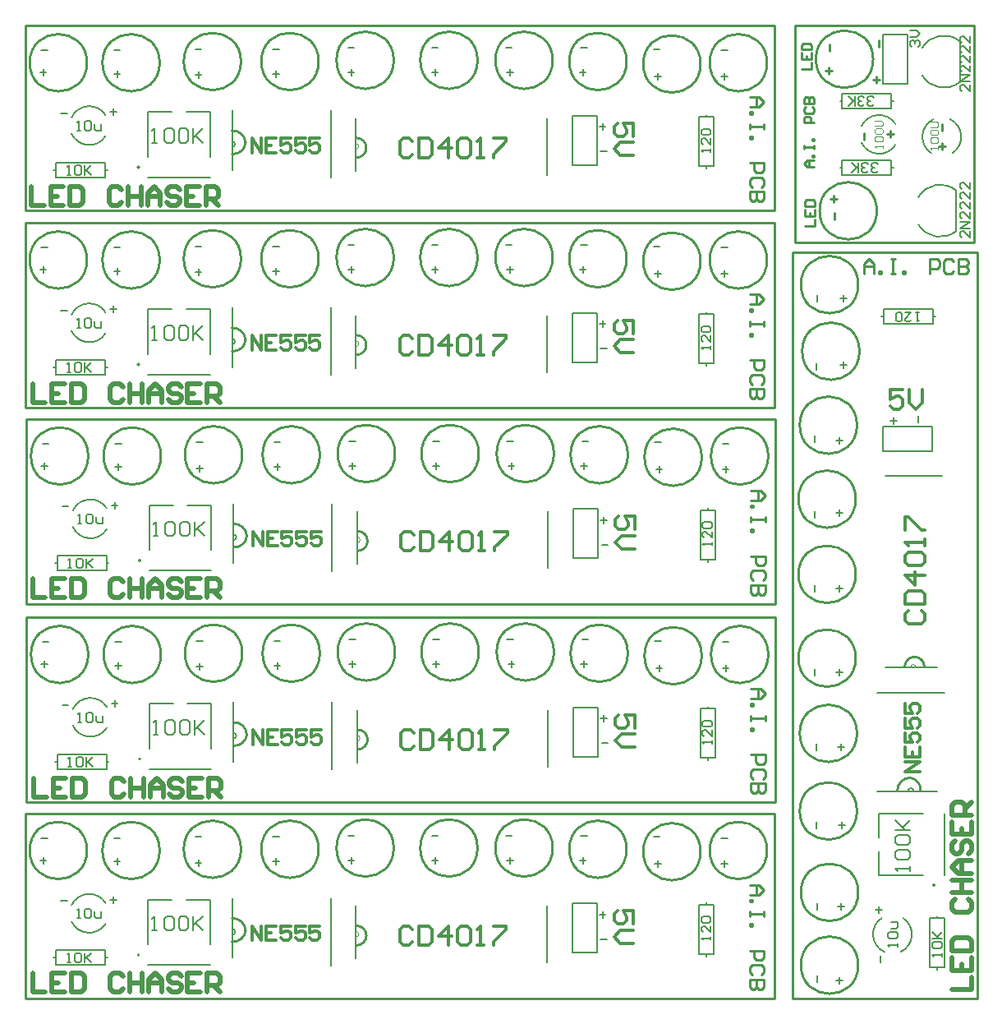
<source format=gto>
G04 Layer_Color=65535*
%FSLAX25Y25*%
%MOIN*%
G70*
G01*
G75*
%ADD27C,0.00800*%
%ADD28C,0.01000*%
%ADD29C,0.00787*%
%ADD30C,0.00600*%
%ADD31C,0.00000*%
%ADD32C,0.00500*%
%ADD33C,0.01968*%
%ADD34C,0.00394*%
%ADD35C,0.01181*%
D27*
X380900Y389673D02*
G03*
X365514Y386960I-6555J-7811D01*
G01*
X365527Y375894D02*
G03*
X380883Y373186I8855J5321D01*
G01*
X379400Y329173D02*
G03*
X364015Y326460I-6555J-7811D01*
G01*
X364027Y315394D02*
G03*
X379383Y312686I8855J5321D01*
G01*
X380862Y373169D02*
Y389705D01*
X379362Y312669D02*
Y329205D01*
D28*
X345677Y382437D02*
G03*
X345677Y382437I-11614J0D01*
G01*
X347177Y320937D02*
G03*
X347177Y320937I-11614J0D01*
G01*
X339614Y291000D02*
G03*
X339614Y291000I-11614J0D01*
G01*
X340114Y264000D02*
G03*
X340114Y264000I-11614J0D01*
G01*
X339114Y234000D02*
G03*
X339114Y234000I-11614J0D01*
G01*
X338614Y204000D02*
G03*
X338614Y204000I-11614J0D01*
G01*
Y173500D02*
G03*
X338614Y173500I-11614J0D01*
G01*
Y139500D02*
G03*
X338614Y139500I-11614J0D01*
G01*
X339114Y109000D02*
G03*
X339114Y109000I-11614J0D01*
G01*
Y77500D02*
G03*
X339114Y77500I-11614J0D01*
G01*
X339614Y44500D02*
G03*
X339614Y44500I-11614J0D01*
G01*
Y15000D02*
G03*
X339614Y15000I-11614J0D01*
G01*
X365000Y85500D02*
G03*
X360500Y91000I-5000J500D01*
G01*
D02*
G03*
X355500Y85500I250J-5250D01*
G01*
X366500Y136000D02*
G03*
X362500Y140000I-4000J0D01*
G01*
D02*
G03*
X358500Y136000I0J-4000D01*
G01*
X303114Y141000D02*
G03*
X303114Y141000I-11614J0D01*
G01*
X276114Y140500D02*
G03*
X276114Y140500I-11614J0D01*
G01*
X246114Y141500D02*
G03*
X246114Y141500I-11614J0D01*
G01*
X216114Y142000D02*
G03*
X216114Y142000I-11614J0D01*
G01*
X185614D02*
G03*
X185614Y142000I-11614J0D01*
G01*
X151614D02*
G03*
X151614Y142000I-11614J0D01*
G01*
X121114Y141500D02*
G03*
X121114Y141500I-11614J0D01*
G01*
X89614D02*
G03*
X89614Y141500I-11614J0D01*
G01*
X56614Y141000D02*
G03*
X56614Y141000I-11614J0D01*
G01*
X27114D02*
G03*
X27114Y141000I-11614J0D01*
G01*
X86000Y104000D02*
G03*
X91500Y108500I500J5000D01*
G01*
D02*
G03*
X86000Y113500I-5250J-250D01*
G01*
X136500Y102500D02*
G03*
X140500Y106500I0J4000D01*
G01*
D02*
G03*
X136500Y110500I-4000J0D01*
G01*
X303114Y221500D02*
G03*
X303114Y221500I-11614J0D01*
G01*
X276114Y221000D02*
G03*
X276114Y221000I-11614J0D01*
G01*
X246114Y222000D02*
G03*
X246114Y222000I-11614J0D01*
G01*
X216114Y222500D02*
G03*
X216114Y222500I-11614J0D01*
G01*
X185614D02*
G03*
X185614Y222500I-11614J0D01*
G01*
X151614D02*
G03*
X151614Y222500I-11614J0D01*
G01*
X121114Y222000D02*
G03*
X121114Y222000I-11614J0D01*
G01*
X89614D02*
G03*
X89614Y222000I-11614J0D01*
G01*
X56614Y221500D02*
G03*
X56614Y221500I-11614J0D01*
G01*
X27114D02*
G03*
X27114Y221500I-11614J0D01*
G01*
X86000Y184500D02*
G03*
X91500Y189000I500J5000D01*
G01*
D02*
G03*
X86000Y194000I-5250J-250D01*
G01*
X136500Y183000D02*
G03*
X140500Y187000I0J4000D01*
G01*
D02*
G03*
X136500Y191000I-4000J0D01*
G01*
X302614Y301000D02*
G03*
X302614Y301000I-11614J0D01*
G01*
X275614Y300500D02*
G03*
X275614Y300500I-11614J0D01*
G01*
X245614Y301500D02*
G03*
X245614Y301500I-11614J0D01*
G01*
X215614Y302000D02*
G03*
X215614Y302000I-11614J0D01*
G01*
X185114D02*
G03*
X185114Y302000I-11614J0D01*
G01*
X151114D02*
G03*
X151114Y302000I-11614J0D01*
G01*
X120614Y301500D02*
G03*
X120614Y301500I-11614J0D01*
G01*
X89114D02*
G03*
X89114Y301500I-11614J0D01*
G01*
X56114Y301000D02*
G03*
X56114Y301000I-11614J0D01*
G01*
X26614D02*
G03*
X26614Y301000I-11614J0D01*
G01*
X85500Y264000D02*
G03*
X91000Y268500I500J5000D01*
G01*
D02*
G03*
X85500Y273500I-5250J-250D01*
G01*
X136000Y262500D02*
G03*
X140000Y266500I0J4000D01*
G01*
D02*
G03*
X136000Y270500I-4000J0D01*
G01*
X302614Y381000D02*
G03*
X302614Y381000I-11614J0D01*
G01*
X275614Y380500D02*
G03*
X275614Y380500I-11614J0D01*
G01*
X245614Y381500D02*
G03*
X245614Y381500I-11614J0D01*
G01*
X215614Y382000D02*
G03*
X215614Y382000I-11614J0D01*
G01*
X185114D02*
G03*
X185114Y382000I-11614J0D01*
G01*
X151114D02*
G03*
X151114Y382000I-11614J0D01*
G01*
X120614Y381500D02*
G03*
X120614Y381500I-11614J0D01*
G01*
X89114D02*
G03*
X89114Y381500I-11614J0D01*
G01*
X56114Y381000D02*
G03*
X56114Y381000I-11614J0D01*
G01*
X26614D02*
G03*
X26614Y381000I-11614J0D01*
G01*
X85500Y344000D02*
G03*
X91000Y348500I500J5000D01*
G01*
D02*
G03*
X85500Y353500I-5250J-250D01*
G01*
X136000Y342500D02*
G03*
X140000Y346500I0J4000D01*
G01*
D02*
G03*
X136000Y350500I-4000J0D01*
G01*
X140000Y27000D02*
G03*
X136000Y31000I-4000J0D01*
G01*
Y23000D02*
G03*
X140000Y27000I0J4000D01*
G01*
X91000Y29000D02*
G03*
X85500Y34000I-5250J-250D01*
G01*
Y24500D02*
G03*
X91000Y29000I500J5000D01*
G01*
X26614Y61500D02*
G03*
X26614Y61500I-11614J0D01*
G01*
X56114D02*
G03*
X56114Y61500I-11614J0D01*
G01*
X89114Y62000D02*
G03*
X89114Y62000I-11614J0D01*
G01*
X120614D02*
G03*
X120614Y62000I-11614J0D01*
G01*
X151114Y62500D02*
G03*
X151114Y62500I-11614J0D01*
G01*
X185114D02*
G03*
X185114Y62500I-11614J0D01*
G01*
X215614D02*
G03*
X215614Y62500I-11614J0D01*
G01*
X245614Y62000D02*
G03*
X245614Y62000I-11614J0D01*
G01*
X275614Y61000D02*
G03*
X275614Y61000I-11614J0D01*
G01*
X302614Y61500D02*
G03*
X302614Y61500I-11614J0D01*
G01*
X386563Y308000D02*
Y396000D01*
X314063D02*
X386563D01*
X314063Y308000D02*
Y396000D01*
Y308000D02*
X386563D01*
X313000Y1500D02*
X388000D01*
X313000D02*
Y304000D01*
X388000D01*
Y1500D02*
Y304000D01*
X2000Y81000D02*
Y156000D01*
X306000D01*
Y81000D02*
Y156000D01*
X2000Y81000D02*
X306000D01*
X2000Y161500D02*
Y236500D01*
X306000D01*
Y161500D02*
Y236500D01*
X2000Y161500D02*
X306000D01*
X1500Y241000D02*
Y316000D01*
X305500D01*
Y241000D02*
Y316000D01*
X1500Y241000D02*
X305500D01*
X1500Y321000D02*
Y396000D01*
X305500D01*
Y321000D02*
Y396000D01*
X1500Y321000D02*
X305500D01*
X1500Y1500D02*
X305500D01*
Y76500D01*
X1500D02*
X305500D01*
X1500Y1500D02*
Y76500D01*
X316627Y378437D02*
X320563D01*
Y381061D01*
X316627Y384997D02*
Y382373D01*
X320563D01*
Y384997D01*
X318595Y382373D02*
Y383685D01*
X316627Y386309D02*
X320563D01*
Y388276D01*
X319907Y388932D01*
X317283D01*
X316627Y388276D01*
Y386309D01*
X318127Y314937D02*
X322063D01*
Y317561D01*
X318127Y321497D02*
Y318873D01*
X322063D01*
Y321497D01*
X320095Y318873D02*
Y320185D01*
X318127Y322809D02*
X322063D01*
Y324776D01*
X321407Y325432D01*
X318783D01*
X318127Y324776D01*
Y322809D01*
X348095Y387437D02*
Y390061D01*
X342095Y349937D02*
Y352561D01*
X373595Y353437D02*
Y356061D01*
X347095Y372937D02*
Y375561D01*
X345783Y374249D02*
X348407D01*
X373595Y345937D02*
Y348561D01*
X372283Y347249D02*
X374907D01*
X352595Y350937D02*
Y353561D01*
X351283Y352249D02*
X353907D01*
X328095Y385937D02*
Y388561D01*
X327595Y376437D02*
Y379061D01*
X326283Y377749D02*
X328907D01*
X330095Y317437D02*
Y320061D01*
X321563Y338937D02*
X318939D01*
X317627Y340249D01*
X318939Y341561D01*
X321563D01*
X319595D01*
Y338937D01*
X321563Y342873D02*
X320907D01*
Y343529D01*
X321563D01*
Y342873D01*
X317627Y346152D02*
Y347464D01*
Y346809D01*
X321563D01*
Y346152D01*
Y347464D01*
Y349432D02*
X320907D01*
Y350088D01*
X321563D01*
Y349432D01*
Y356648D02*
X317627D01*
Y358616D01*
X318283Y359272D01*
X319595D01*
X320251Y358616D01*
Y356648D01*
X318283Y363207D02*
X317627Y362551D01*
Y361240D01*
X318283Y360584D01*
X320907D01*
X321563Y361240D01*
Y362551D01*
X320907Y363207D01*
X317627Y364519D02*
X321563D01*
Y366487D01*
X320907Y367143D01*
X320251D01*
X319595Y366487D01*
Y364519D01*
Y366487D01*
X318939Y367143D01*
X318283D01*
X317627Y366487D01*
Y364519D01*
X329595Y324437D02*
Y327061D01*
X328283Y325749D02*
X330907D01*
X342000Y295500D02*
Y299436D01*
X343968Y301404D01*
X345936Y299436D01*
Y295500D01*
Y298452D01*
X342000D01*
X347904Y295500D02*
Y296484D01*
X348887D01*
Y295500D01*
X347904D01*
X352823Y301404D02*
X354791D01*
X353807D01*
Y295500D01*
X352823D01*
X354791D01*
X357743D02*
Y296484D01*
X358727D01*
Y295500D01*
X357743D01*
X368566D02*
Y301404D01*
X371518D01*
X372502Y300420D01*
Y298452D01*
X371518Y297468D01*
X368566D01*
X378405Y300420D02*
X377422Y301404D01*
X375454D01*
X374470Y300420D01*
Y296484D01*
X375454Y295500D01*
X377422D01*
X378405Y296484D01*
X380373Y301404D02*
Y295500D01*
X383325D01*
X384309Y296484D01*
Y297468D01*
X383325Y298452D01*
X380373D01*
X383325D01*
X384309Y299436D01*
Y300420D01*
X383325Y301404D01*
X380373D01*
X296000Y127000D02*
X299936D01*
X301904Y125032D01*
X299936Y123064D01*
X296000D01*
X298952D01*
Y127000D01*
X296000Y121096D02*
X296984D01*
Y120113D01*
X296000D01*
Y121096D01*
X301904Y116177D02*
Y114209D01*
Y115193D01*
X296000D01*
Y116177D01*
Y114209D01*
Y111257D02*
X296984D01*
Y110273D01*
X296000D01*
Y111257D01*
Y100434D02*
X301904D01*
Y97482D01*
X300920Y96498D01*
X298952D01*
X297968Y97482D01*
Y100434D01*
X300920Y90595D02*
X301904Y91578D01*
Y93546D01*
X300920Y94530D01*
X296984D01*
X296000Y93546D01*
Y91578D01*
X296984Y90595D01*
X301904Y88627D02*
X296000D01*
Y85675D01*
X296984Y84691D01*
X297968D01*
X298952Y85675D01*
Y88627D01*
Y85675D01*
X299936Y84691D01*
X300920D01*
X301904Y85675D01*
Y88627D01*
X296000Y207500D02*
X299936D01*
X301904Y205532D01*
X299936Y203564D01*
X296000D01*
X298952D01*
Y207500D01*
X296000Y201596D02*
X296984D01*
Y200612D01*
X296000D01*
Y201596D01*
X301904Y196677D02*
Y194709D01*
Y195693D01*
X296000D01*
Y196677D01*
Y194709D01*
Y191757D02*
X296984D01*
Y190773D01*
X296000D01*
Y191757D01*
Y180934D02*
X301904D01*
Y177982D01*
X300920Y176998D01*
X298952D01*
X297968Y177982D01*
Y180934D01*
X300920Y171095D02*
X301904Y172078D01*
Y174046D01*
X300920Y175030D01*
X296984D01*
X296000Y174046D01*
Y172078D01*
X296984Y171095D01*
X301904Y169127D02*
X296000D01*
Y166175D01*
X296984Y165191D01*
X297968D01*
X298952Y166175D01*
Y169127D01*
Y166175D01*
X299936Y165191D01*
X300920D01*
X301904Y166175D01*
Y169127D01*
X295500Y287000D02*
X299436D01*
X301404Y285032D01*
X299436Y283064D01*
X295500D01*
X298452D01*
Y287000D01*
X295500Y281096D02*
X296484D01*
Y280113D01*
X295500D01*
Y281096D01*
X301404Y276177D02*
Y274209D01*
Y275193D01*
X295500D01*
Y276177D01*
Y274209D01*
Y271257D02*
X296484D01*
Y270273D01*
X295500D01*
Y271257D01*
Y260434D02*
X301404D01*
Y257482D01*
X300420Y256498D01*
X298452D01*
X297468Y257482D01*
Y260434D01*
X300420Y250594D02*
X301404Y251578D01*
Y253546D01*
X300420Y254530D01*
X296484D01*
X295500Y253546D01*
Y251578D01*
X296484Y250594D01*
X301404Y248627D02*
X295500D01*
Y245675D01*
X296484Y244691D01*
X297468D01*
X298452Y245675D01*
Y248627D01*
Y245675D01*
X299436Y244691D01*
X300420D01*
X301404Y245675D01*
Y248627D01*
X295500Y367000D02*
X299436D01*
X301404Y365032D01*
X299436Y363064D01*
X295500D01*
X298452D01*
Y367000D01*
X295500Y361096D02*
X296484D01*
Y360113D01*
X295500D01*
Y361096D01*
X301404Y356177D02*
Y354209D01*
Y355193D01*
X295500D01*
Y356177D01*
Y354209D01*
Y351257D02*
X296484D01*
Y350273D01*
X295500D01*
Y351257D01*
Y340434D02*
X301404D01*
Y337482D01*
X300420Y336498D01*
X298452D01*
X297468Y337482D01*
Y340434D01*
X300420Y330594D02*
X301404Y331578D01*
Y333546D01*
X300420Y334530D01*
X296484D01*
X295500Y333546D01*
Y331578D01*
X296484Y330594D01*
X301404Y328627D02*
X295500D01*
Y325675D01*
X296484Y324691D01*
X297468D01*
X298452Y325675D01*
Y328627D01*
Y325675D01*
X299436Y324691D01*
X300420D01*
X301404Y325675D01*
Y328627D01*
X295500Y47500D02*
X299436D01*
X301404Y45532D01*
X299436Y43564D01*
X295500D01*
X298452D01*
Y47500D01*
X295500Y41596D02*
X296484D01*
Y40613D01*
X295500D01*
Y41596D01*
X301404Y36677D02*
Y34709D01*
Y35693D01*
X295500D01*
Y36677D01*
Y34709D01*
Y31757D02*
X296484D01*
Y30773D01*
X295500D01*
Y31757D01*
Y20934D02*
X301404D01*
Y17982D01*
X300420Y16998D01*
X298452D01*
X297468Y17982D01*
Y20934D01*
X300420Y11095D02*
X301404Y12078D01*
Y14046D01*
X300420Y15030D01*
X296484D01*
X295500Y14046D01*
Y12078D01*
X296484Y11095D01*
X301404Y9127D02*
X295500D01*
Y6175D01*
X296484Y5191D01*
X297468D01*
X298452Y6175D01*
Y9127D01*
Y6175D01*
X299436Y5191D01*
X300420D01*
X301404Y6175D01*
Y9127D01*
D29*
X354703Y356169D02*
G03*
X340902Y355211I-6640J-4232D01*
G01*
Y348663D02*
G03*
X354703Y347705I7161J3274D01*
G01*
X377795Y344297D02*
G03*
X376837Y358098I-4232J6640D01*
G01*
X370289D02*
G03*
X369331Y344297I3274J-7161D01*
G01*
X370736Y47465D02*
G03*
X370736Y47465I-394J0D01*
G01*
X349268Y34140D02*
G03*
X350226Y20339I4232J-6640D01*
G01*
X356774D02*
G03*
X357732Y34140I-3274J7161D01*
G01*
X48358Y98658D02*
G03*
X48358Y98658I-394J0D01*
G01*
X34640Y119732D02*
G03*
X20839Y118774I-6640J-4232D01*
G01*
Y112226D02*
G03*
X34640Y111268I7161J3274D01*
G01*
X48358Y179157D02*
G03*
X48358Y179157I-394J0D01*
G01*
X34640Y200232D02*
G03*
X20839Y199274I-6640J-4232D01*
G01*
Y192726D02*
G03*
X34640Y191768I7161J3274D01*
G01*
X47858Y258658D02*
G03*
X47858Y258658I-394J0D01*
G01*
X34140Y279732D02*
G03*
X20339Y278774I-6640J-4232D01*
G01*
Y272226D02*
G03*
X34140Y271268I7161J3274D01*
G01*
X47858Y338657D02*
G03*
X47858Y338657I-394J0D01*
G01*
X34140Y359732D02*
G03*
X20339Y358774I-6640J-4232D01*
G01*
Y352226D02*
G03*
X34140Y351268I7161J3274D01*
G01*
X47858Y19158D02*
G03*
X47858Y19158I-394J0D01*
G01*
X34140Y40232D02*
G03*
X20339Y39274I-6640J-4232D01*
G01*
Y32726D02*
G03*
X34140Y31768I7161J3274D01*
G01*
X332163Y365437D02*
X333063D01*
X353063D02*
X353963D01*
X333063D02*
Y368437D01*
X353063D01*
Y362437D02*
Y368437D01*
X333063Y362437D02*
X353063D01*
X333063D02*
Y365437D01*
X332163Y338437D02*
X333063D01*
X353063D02*
X353963D01*
X333063D02*
Y341437D01*
X353063D01*
Y335437D02*
Y341437D01*
X333063Y335437D02*
X353063D01*
X333063D02*
Y338437D01*
X349563Y372437D02*
Y392437D01*
Y372437D02*
X359563D01*
Y392437D01*
X349563D02*
X359563D01*
X349500Y233500D02*
X369500D01*
X349500Y223500D02*
Y233500D01*
Y223500D02*
X369500D01*
Y233500D01*
X370000Y278000D02*
X370900D01*
X349100D02*
X350000D01*
X370000Y275000D02*
Y278000D01*
X350000Y275000D02*
X370000D01*
X350000D02*
Y281000D01*
X370000D01*
Y278000D02*
Y281000D01*
X371500Y34000D02*
Y34900D01*
Y13100D02*
Y14000D01*
Y34000D02*
X374500D01*
Y14000D02*
Y34000D01*
X368500Y14000D02*
X374500D01*
X368500D02*
Y34000D01*
X371500D01*
X234000Y99500D02*
Y119500D01*
X224000D02*
X234000D01*
X224000Y99500D02*
Y119500D01*
Y99500D02*
X234000D01*
X278500Y98100D02*
Y99000D01*
Y119000D02*
Y119900D01*
X275500Y99000D02*
X278500D01*
X275500D02*
Y119000D01*
X281500D01*
Y99000D02*
Y119000D01*
X278500Y99000D02*
X281500D01*
X34500Y97500D02*
X35400D01*
X13600D02*
X14500D01*
X34500Y94500D02*
Y97500D01*
X14500Y94500D02*
X34500D01*
X14500D02*
Y100500D01*
X34500D01*
Y97500D02*
Y100500D01*
X234000Y180000D02*
Y200000D01*
X224000D02*
X234000D01*
X224000Y180000D02*
Y200000D01*
Y180000D02*
X234000D01*
X278500Y178600D02*
Y179500D01*
Y199500D02*
Y200400D01*
X275500Y179500D02*
X278500D01*
X275500D02*
Y199500D01*
X281500D01*
Y179500D02*
Y199500D01*
X278500Y179500D02*
X281500D01*
X34500Y178000D02*
X35400D01*
X13600D02*
X14500D01*
X34500Y175000D02*
Y178000D01*
X14500Y175000D02*
X34500D01*
X14500D02*
Y181000D01*
X34500D01*
Y178000D02*
Y181000D01*
X233500Y259500D02*
Y279500D01*
X223500D02*
X233500D01*
X223500Y259500D02*
Y279500D01*
Y259500D02*
X233500D01*
X278000Y258100D02*
Y259000D01*
Y279000D02*
Y279900D01*
X275000Y259000D02*
X278000D01*
X275000D02*
Y279000D01*
X281000D01*
Y259000D02*
Y279000D01*
X278000Y259000D02*
X281000D01*
X34000Y257500D02*
X34900D01*
X13100D02*
X14000D01*
X34000Y254500D02*
Y257500D01*
X14000Y254500D02*
X34000D01*
X14000D02*
Y260500D01*
X34000D01*
Y257500D02*
Y260500D01*
X233500Y339500D02*
Y359500D01*
X223500D02*
X233500D01*
X223500Y339500D02*
Y359500D01*
Y339500D02*
X233500D01*
X278000Y338100D02*
Y339000D01*
Y359000D02*
Y359900D01*
X275000Y339000D02*
X278000D01*
X275000D02*
Y359000D01*
X281000D01*
Y339000D02*
Y359000D01*
X278000Y339000D02*
X281000D01*
X34000Y337500D02*
X34900D01*
X13100D02*
X14000D01*
X34000Y334500D02*
Y337500D01*
X14000Y334500D02*
X34000D01*
X14000D02*
Y340500D01*
X34000D01*
Y337500D02*
Y340500D01*
X278000Y18600D02*
Y19500D01*
Y39500D02*
Y40400D01*
X275000Y19500D02*
X278000D01*
X275000D02*
Y39500D01*
X281000D01*
Y19500D02*
Y39500D01*
X278000Y19500D02*
X281000D01*
X34000Y18000D02*
X34900D01*
X13100D02*
X14000D01*
X34000Y15000D02*
Y18000D01*
X14000Y15000D02*
X34000D01*
X14000D02*
Y21000D01*
X34000D01*
Y18000D02*
Y21000D01*
X233500Y20000D02*
Y40000D01*
X223500D02*
X233500D01*
X223500Y20000D02*
Y40000D01*
Y20000D02*
X233500D01*
X279713Y264787D02*
Y266034D01*
Y265411D01*
X275974D01*
X276597Y264787D01*
X279713Y270396D02*
Y267903D01*
X277220Y270396D01*
X276597D01*
X275974Y269773D01*
Y268526D01*
X276597Y267903D01*
Y271642D02*
X275974Y272265D01*
Y273512D01*
X276597Y274135D01*
X279089D01*
X279713Y273512D01*
Y272265D01*
X279089Y271642D01*
X276597D01*
X279713Y25287D02*
Y26534D01*
Y25911D01*
X275974D01*
X276597Y25287D01*
X279713Y30896D02*
Y28403D01*
X277220Y30896D01*
X276597D01*
X275974Y30273D01*
Y29026D01*
X276597Y28403D01*
Y32142D02*
X275974Y32765D01*
Y34012D01*
X276597Y34635D01*
X279089D01*
X279713Y34012D01*
Y32765D01*
X279089Y32142D01*
X276597D01*
X364213Y279713D02*
X362966D01*
X363589D01*
Y275974D01*
X364213Y276597D01*
X358604Y279713D02*
X361097D01*
X358604Y277220D01*
Y276597D01*
X359227Y275974D01*
X360474D01*
X361097Y276597D01*
X357358D02*
X356735Y275974D01*
X355488D01*
X354865Y276597D01*
Y279089D01*
X355488Y279713D01*
X356735D01*
X357358Y279089D01*
Y276597D01*
X280213Y185287D02*
Y186534D01*
Y185911D01*
X276474D01*
X277097Y185287D01*
X280213Y190896D02*
Y188403D01*
X277720Y190896D01*
X277097D01*
X276474Y190273D01*
Y189026D01*
X277097Y188403D01*
Y192142D02*
X276474Y192765D01*
Y194012D01*
X277097Y194635D01*
X279589D01*
X280213Y194012D01*
Y192765D01*
X279589Y192142D01*
X277097D01*
X279713Y344787D02*
Y346034D01*
Y345411D01*
X275974D01*
X276597Y344787D01*
X279713Y350396D02*
Y347903D01*
X277220Y350396D01*
X276597D01*
X275974Y349773D01*
Y348526D01*
X276597Y347903D01*
Y351642D02*
X275974Y352265D01*
Y353512D01*
X276597Y354135D01*
X279089D01*
X279713Y353512D01*
Y352265D01*
X279089Y351642D01*
X276597D01*
X280213Y104787D02*
Y106034D01*
Y105411D01*
X276474D01*
X277097Y104787D01*
X280213Y110396D02*
Y107903D01*
X277720Y110396D01*
X277097D01*
X276474Y109773D01*
Y108526D01*
X277097Y107903D01*
Y111642D02*
X276474Y112265D01*
Y113512D01*
X277097Y114135D01*
X279589D01*
X280213Y113512D01*
Y112265D01*
X279589Y111642D01*
X277097D01*
X385063Y372061D02*
Y369437D01*
X382439Y372061D01*
X381783D01*
X381127Y371405D01*
Y370093D01*
X381783Y369437D01*
X385063Y373373D02*
X381127D01*
X385063Y375997D01*
X381127D01*
X385063Y379932D02*
Y377309D01*
X382439Y379932D01*
X381783D01*
X381127Y379276D01*
Y377964D01*
X381783Y377309D01*
X385063Y383868D02*
Y381244D01*
X382439Y383868D01*
X381783D01*
X381127Y383212D01*
Y381900D01*
X381783Y381244D01*
X385063Y387804D02*
Y385180D01*
X382439Y387804D01*
X381783D01*
X381127Y387148D01*
Y385836D01*
X381783Y385180D01*
X385063Y391740D02*
Y389116D01*
X382439Y391740D01*
X381783D01*
X381127Y391084D01*
Y389772D01*
X381783Y389116D01*
X385000Y312624D02*
Y310000D01*
X382376Y312624D01*
X381720D01*
X381064Y311968D01*
Y310656D01*
X381720Y310000D01*
X385000Y313936D02*
X381064D01*
X385000Y316560D01*
X381064D01*
X385000Y320495D02*
Y317871D01*
X382376Y320495D01*
X381720D01*
X381064Y319839D01*
Y318527D01*
X381720Y317871D01*
X385000Y324431D02*
Y321807D01*
X382376Y324431D01*
X381720D01*
X381064Y323775D01*
Y322463D01*
X381720Y321807D01*
X385000Y328367D02*
Y325743D01*
X382376Y328367D01*
X381720D01*
X381064Y327711D01*
Y326399D01*
X381720Y325743D01*
X385000Y332302D02*
Y329679D01*
X382376Y332302D01*
X381720D01*
X381064Y331647D01*
Y330335D01*
X381720Y329679D01*
X346063Y364157D02*
X345407Y363501D01*
X344095D01*
X343439Y364157D01*
Y364813D01*
X344095Y365469D01*
X344751D01*
X344095D01*
X343439Y366125D01*
Y366781D01*
X344095Y367437D01*
X345407D01*
X346063Y366781D01*
X342127Y364157D02*
X341471Y363501D01*
X340159D01*
X339503Y364157D01*
Y364813D01*
X340159Y365469D01*
X340815D01*
X340159D01*
X339503Y366125D01*
Y366781D01*
X340159Y367437D01*
X341471D01*
X342127Y366781D01*
X338192Y363501D02*
Y367437D01*
Y366125D01*
X335568Y363501D01*
X337536Y365469D01*
X335568Y367437D01*
X347563Y337157D02*
X346907Y336501D01*
X345595D01*
X344939Y337157D01*
Y337813D01*
X345595Y338469D01*
X346251D01*
X345595D01*
X344939Y339125D01*
Y339781D01*
X345595Y340437D01*
X346907D01*
X347563Y339781D01*
X343627Y337157D02*
X342971Y336501D01*
X341659D01*
X341003Y337157D01*
Y337813D01*
X341659Y338469D01*
X342315D01*
X341659D01*
X341003Y339125D01*
Y339781D01*
X341659Y340437D01*
X342971D01*
X343627Y339781D01*
X339691Y336501D02*
Y340437D01*
Y339125D01*
X337068Y336501D01*
X339036Y338469D01*
X337068Y340437D01*
X361220Y387500D02*
X360564Y388156D01*
Y389468D01*
X361220Y390124D01*
X361876D01*
X362532Y389468D01*
Y388812D01*
Y389468D01*
X363188Y390124D01*
X363844D01*
X364500Y389468D01*
Y388156D01*
X363844Y387500D01*
X360564Y391436D02*
X363188D01*
X364500Y392748D01*
X363188Y394060D01*
X360564D01*
X355500Y22500D02*
Y23812D01*
Y23156D01*
X351564D01*
X352220Y22500D01*
Y25780D02*
X351564Y26436D01*
Y27748D01*
X352220Y28404D01*
X354844D01*
X355500Y27748D01*
Y26436D01*
X354844Y25780D01*
X352220D01*
X352876Y29715D02*
X354844D01*
X355500Y30371D01*
Y32339D01*
X352876D01*
X360500Y53000D02*
Y54968D01*
Y53984D01*
X354596D01*
X355580Y53000D01*
Y57920D02*
X354596Y58904D01*
Y60871D01*
X355580Y61855D01*
X359516D01*
X360500Y60871D01*
Y58904D01*
X359516Y57920D01*
X355580D01*
Y63823D02*
X354596Y64807D01*
Y66775D01*
X355580Y67759D01*
X359516D01*
X360500Y66775D01*
Y64807D01*
X359516Y63823D01*
X355580D01*
X354596Y69727D02*
X360500D01*
X358532D01*
X354596Y73663D01*
X357548Y70711D01*
X360500Y73663D01*
X332032Y7500D02*
Y10124D01*
X330720Y8812D02*
X333344D01*
X332532Y37500D02*
Y40124D01*
X331220Y38812D02*
X333844D01*
X333032Y70500D02*
Y73124D01*
X331720Y71812D02*
X334344D01*
X332532Y102000D02*
Y104624D01*
X331220Y103312D02*
X333844D01*
X332032Y132500D02*
Y135124D01*
X330720Y133812D02*
X333344D01*
X332032Y166500D02*
Y169124D01*
X330720Y167812D02*
X333344D01*
X332032Y197000D02*
Y199624D01*
X330720Y198312D02*
X333344D01*
X332032Y226500D02*
Y229124D01*
X330720Y227812D02*
X333344D01*
X333532Y257000D02*
Y259624D01*
X332220Y258312D02*
X334844D01*
X333532Y284000D02*
Y286624D01*
X332220Y285312D02*
X334844D01*
X354032Y234500D02*
Y237124D01*
X352720Y235812D02*
X355344D01*
X348032Y36000D02*
Y38624D01*
X346720Y37312D02*
X349344D01*
X323032Y8000D02*
Y10624D01*
Y37500D02*
Y40124D01*
X322532Y70500D02*
Y73124D01*
Y102000D02*
Y104624D01*
X322032Y132500D02*
Y135124D01*
Y166500D02*
Y169124D01*
Y196500D02*
Y199124D01*
Y227000D02*
Y229624D01*
X322532Y256500D02*
Y259124D01*
X323032Y284000D02*
Y286624D01*
X364032Y235000D02*
Y237624D01*
X348532Y16000D02*
Y18624D01*
X373500Y18500D02*
Y19812D01*
Y19156D01*
X369564D01*
X370220Y18500D01*
Y21780D02*
X369564Y22436D01*
Y23748D01*
X370220Y24404D01*
X372844D01*
X373500Y23748D01*
Y22436D01*
X372844Y21780D01*
X370220D01*
X369564Y25716D02*
X373500D01*
X372188D01*
X369564Y28339D01*
X371532Y26371D01*
X373500Y28339D01*
X23000Y113500D02*
X24312D01*
X23656D01*
Y117436D01*
X23000Y116780D01*
X26280D02*
X26936Y117436D01*
X28248D01*
X28904Y116780D01*
Y114156D01*
X28248Y113500D01*
X26936D01*
X26280Y114156D01*
Y116780D01*
X30215Y116124D02*
Y114156D01*
X30871Y113500D01*
X32839D01*
Y116124D01*
X53500Y108500D02*
X55468D01*
X54484D01*
Y114404D01*
X53500Y113420D01*
X58420D02*
X59404Y114404D01*
X61371D01*
X62355Y113420D01*
Y109484D01*
X61371Y108500D01*
X59404D01*
X58420Y109484D01*
Y113420D01*
X64323D02*
X65307Y114404D01*
X67275D01*
X68259Y113420D01*
Y109484D01*
X67275Y108500D01*
X65307D01*
X64323Y109484D01*
Y113420D01*
X70227Y114404D02*
Y108500D01*
Y110468D01*
X74163Y114404D01*
X71211Y111452D01*
X74163Y108500D01*
X8000Y136968D02*
X10624D01*
X9312Y138280D02*
Y135656D01*
X38000Y136468D02*
X40624D01*
X39312Y137780D02*
Y135156D01*
X71000Y135968D02*
X73624D01*
X72312Y137280D02*
Y134656D01*
X102500Y136468D02*
X105124D01*
X103812Y137780D02*
Y135156D01*
X133000Y136968D02*
X135624D01*
X134312Y138280D02*
Y135656D01*
X167000Y136968D02*
X169624D01*
X168312Y138280D02*
Y135656D01*
X197500Y136968D02*
X200124D01*
X198812Y138280D02*
Y135656D01*
X227000Y136968D02*
X229624D01*
X228312Y138280D02*
Y135656D01*
X257500Y135468D02*
X260124D01*
X258812Y136780D02*
Y134156D01*
X284500Y135468D02*
X287124D01*
X285812Y136780D02*
Y134156D01*
X235000Y114968D02*
X237624D01*
X236312Y116280D02*
Y113656D01*
X36500Y120968D02*
X39124D01*
X37812Y122280D02*
Y119656D01*
X8500Y145968D02*
X11124D01*
X38000D02*
X40624D01*
X71000Y146468D02*
X73624D01*
X102500D02*
X105124D01*
X133000Y146968D02*
X135624D01*
X167000D02*
X169624D01*
X197000D02*
X199624D01*
X227500D02*
X230124D01*
X257000Y146468D02*
X259624D01*
X284500Y145968D02*
X287124D01*
X235500Y104968D02*
X238124D01*
X16500Y120468D02*
X19124D01*
X19000Y95500D02*
X20312D01*
X19656D01*
Y99436D01*
X19000Y98780D01*
X22280D02*
X22936Y99436D01*
X24248D01*
X24904Y98780D01*
Y96156D01*
X24248Y95500D01*
X22936D01*
X22280Y96156D01*
Y98780D01*
X26215Y99436D02*
Y95500D01*
Y96812D01*
X28839Y99436D01*
X26871Y97468D01*
X28839Y95500D01*
X23000Y194000D02*
X24312D01*
X23656D01*
Y197936D01*
X23000Y197280D01*
X26280D02*
X26936Y197936D01*
X28248D01*
X28904Y197280D01*
Y194656D01*
X28248Y194000D01*
X26936D01*
X26280Y194656D01*
Y197280D01*
X30215Y196624D02*
Y194656D01*
X30871Y194000D01*
X32839D01*
Y196624D01*
X53500Y189000D02*
X55468D01*
X54484D01*
Y194904D01*
X53500Y193920D01*
X58420D02*
X59404Y194904D01*
X61371D01*
X62355Y193920D01*
Y189984D01*
X61371Y189000D01*
X59404D01*
X58420Y189984D01*
Y193920D01*
X64323D02*
X65307Y194904D01*
X67275D01*
X68259Y193920D01*
Y189984D01*
X67275Y189000D01*
X65307D01*
X64323Y189984D01*
Y193920D01*
X70227Y194904D02*
Y189000D01*
Y190968D01*
X74163Y194904D01*
X71211Y191952D01*
X74163Y189000D01*
X8000Y217468D02*
X10624D01*
X9312Y218780D02*
Y216156D01*
X38000Y216968D02*
X40624D01*
X39312Y218280D02*
Y215656D01*
X71000Y216468D02*
X73624D01*
X72312Y217780D02*
Y215156D01*
X102500Y216968D02*
X105124D01*
X103812Y218280D02*
Y215656D01*
X133000Y217468D02*
X135624D01*
X134312Y218780D02*
Y216156D01*
X167000Y217468D02*
X169624D01*
X168312Y218780D02*
Y216156D01*
X197500Y217468D02*
X200124D01*
X198812Y218780D02*
Y216156D01*
X227000Y217468D02*
X229624D01*
X228312Y218780D02*
Y216156D01*
X257500Y215968D02*
X260124D01*
X258812Y217280D02*
Y214656D01*
X284500Y215968D02*
X287124D01*
X285812Y217280D02*
Y214656D01*
X235000Y195468D02*
X237624D01*
X236312Y196780D02*
Y194156D01*
X36500Y201468D02*
X39124D01*
X37812Y202780D02*
Y200156D01*
X8500Y226468D02*
X11124D01*
X38000D02*
X40624D01*
X71000Y226968D02*
X73624D01*
X102500D02*
X105124D01*
X133000Y227468D02*
X135624D01*
X167000D02*
X169624D01*
X197000D02*
X199624D01*
X227500D02*
X230124D01*
X257000Y226968D02*
X259624D01*
X284500Y226468D02*
X287124D01*
X235500Y185468D02*
X238124D01*
X16500Y200968D02*
X19124D01*
X19000Y176000D02*
X20312D01*
X19656D01*
Y179936D01*
X19000Y179280D01*
X22280D02*
X22936Y179936D01*
X24248D01*
X24904Y179280D01*
Y176656D01*
X24248Y176000D01*
X22936D01*
X22280Y176656D01*
Y179280D01*
X26215Y179936D02*
Y176000D01*
Y177312D01*
X28839Y179936D01*
X26871Y177968D01*
X28839Y176000D01*
X22500Y273500D02*
X23812D01*
X23156D01*
Y277436D01*
X22500Y276780D01*
X25780D02*
X26436Y277436D01*
X27748D01*
X28404Y276780D01*
Y274156D01*
X27748Y273500D01*
X26436D01*
X25780Y274156D01*
Y276780D01*
X29715Y276124D02*
Y274156D01*
X30371Y273500D01*
X32339D01*
Y276124D01*
X53000Y268500D02*
X54968D01*
X53984D01*
Y274404D01*
X53000Y273420D01*
X57920D02*
X58904Y274404D01*
X60871D01*
X61855Y273420D01*
Y269484D01*
X60871Y268500D01*
X58904D01*
X57920Y269484D01*
Y273420D01*
X63823D02*
X64807Y274404D01*
X66775D01*
X67759Y273420D01*
Y269484D01*
X66775Y268500D01*
X64807D01*
X63823Y269484D01*
Y273420D01*
X69727Y274404D02*
Y268500D01*
Y270468D01*
X73663Y274404D01*
X70711Y271452D01*
X73663Y268500D01*
X7500Y296968D02*
X10124D01*
X8812Y298280D02*
Y295656D01*
X37500Y296468D02*
X40124D01*
X38812Y297780D02*
Y295156D01*
X70500Y295968D02*
X73124D01*
X71812Y297280D02*
Y294656D01*
X102000Y296468D02*
X104624D01*
X103312Y297780D02*
Y295156D01*
X132500Y296968D02*
X135124D01*
X133812Y298280D02*
Y295656D01*
X166500Y296968D02*
X169124D01*
X167812Y298280D02*
Y295656D01*
X197000Y296968D02*
X199624D01*
X198312Y298280D02*
Y295656D01*
X226500Y296968D02*
X229124D01*
X227812Y298280D02*
Y295656D01*
X257000Y295468D02*
X259624D01*
X258312Y296780D02*
Y294156D01*
X284000Y295468D02*
X286624D01*
X285312Y296780D02*
Y294156D01*
X234500Y274968D02*
X237124D01*
X235812Y276280D02*
Y273656D01*
X36000Y280968D02*
X38624D01*
X37312Y282280D02*
Y279656D01*
X8000Y305968D02*
X10624D01*
X37500D02*
X40124D01*
X70500Y306468D02*
X73124D01*
X102000D02*
X104624D01*
X132500Y306968D02*
X135124D01*
X166500D02*
X169124D01*
X196500D02*
X199124D01*
X227000D02*
X229624D01*
X256500Y306468D02*
X259124D01*
X284000Y305968D02*
X286624D01*
X235000Y264968D02*
X237624D01*
X16000Y280468D02*
X18624D01*
X18500Y255500D02*
X19812D01*
X19156D01*
Y259436D01*
X18500Y258780D01*
X21780D02*
X22436Y259436D01*
X23748D01*
X24404Y258780D01*
Y256156D01*
X23748Y255500D01*
X22436D01*
X21780Y256156D01*
Y258780D01*
X25716Y259436D02*
Y255500D01*
Y256812D01*
X28339Y259436D01*
X26371Y257468D01*
X28339Y255500D01*
X22500Y353500D02*
X23812D01*
X23156D01*
Y357436D01*
X22500Y356780D01*
X25780D02*
X26436Y357436D01*
X27748D01*
X28404Y356780D01*
Y354156D01*
X27748Y353500D01*
X26436D01*
X25780Y354156D01*
Y356780D01*
X29715Y356124D02*
Y354156D01*
X30371Y353500D01*
X32339D01*
Y356124D01*
X53000Y348500D02*
X54968D01*
X53984D01*
Y354404D01*
X53000Y353420D01*
X57920D02*
X58904Y354404D01*
X60871D01*
X61855Y353420D01*
Y349484D01*
X60871Y348500D01*
X58904D01*
X57920Y349484D01*
Y353420D01*
X63823D02*
X64807Y354404D01*
X66775D01*
X67759Y353420D01*
Y349484D01*
X66775Y348500D01*
X64807D01*
X63823Y349484D01*
Y353420D01*
X69727Y354404D02*
Y348500D01*
Y350468D01*
X73663Y354404D01*
X70711Y351452D01*
X73663Y348500D01*
X7500Y376968D02*
X10124D01*
X8812Y378280D02*
Y375656D01*
X37500Y376468D02*
X40124D01*
X38812Y377780D02*
Y375156D01*
X70500Y375968D02*
X73124D01*
X71812Y377280D02*
Y374656D01*
X102000Y376468D02*
X104624D01*
X103312Y377780D02*
Y375156D01*
X132500Y376968D02*
X135124D01*
X133812Y378280D02*
Y375656D01*
X166500Y376968D02*
X169124D01*
X167812Y378280D02*
Y375656D01*
X197000Y376968D02*
X199624D01*
X198312Y378280D02*
Y375656D01*
X226500Y376968D02*
X229124D01*
X227812Y378280D02*
Y375656D01*
X257000Y375468D02*
X259624D01*
X258312Y376780D02*
Y374156D01*
X284000Y375468D02*
X286624D01*
X285312Y376780D02*
Y374156D01*
X234500Y354968D02*
X237124D01*
X235812Y356280D02*
Y353656D01*
X36000Y360968D02*
X38624D01*
X37312Y362280D02*
Y359656D01*
X8000Y385968D02*
X10624D01*
X37500D02*
X40124D01*
X70500Y386468D02*
X73124D01*
X102000D02*
X104624D01*
X132500Y386968D02*
X135124D01*
X166500D02*
X169124D01*
X196500D02*
X199124D01*
X227000D02*
X229624D01*
X256500Y386468D02*
X259124D01*
X284000Y385968D02*
X286624D01*
X235000Y344968D02*
X237624D01*
X16000Y360468D02*
X18624D01*
X18500Y335500D02*
X19812D01*
X19156D01*
Y339436D01*
X18500Y338780D01*
X21780D02*
X22436Y339436D01*
X23748D01*
X24404Y338780D01*
Y336156D01*
X23748Y335500D01*
X22436D01*
X21780Y336156D01*
Y338780D01*
X25716Y339436D02*
Y335500D01*
Y336812D01*
X28339Y339436D01*
X26371Y337468D01*
X28339Y335500D01*
X18500Y16000D02*
X19812D01*
X19156D01*
Y19936D01*
X18500Y19280D01*
X21780D02*
X22436Y19936D01*
X23748D01*
X24404Y19280D01*
Y16656D01*
X23748Y16000D01*
X22436D01*
X21780Y16656D01*
Y19280D01*
X25716Y19936D02*
Y16000D01*
Y17312D01*
X28339Y19936D01*
X26371Y17968D01*
X28339Y16000D01*
X16000Y40968D02*
X18624D01*
X235000Y25468D02*
X237624D01*
X284000Y66468D02*
X286624D01*
X256500Y66968D02*
X259124D01*
X227000Y67468D02*
X229624D01*
X196500D02*
X199124D01*
X166500D02*
X169124D01*
X132500D02*
X135124D01*
X102000Y66968D02*
X104624D01*
X70500D02*
X73124D01*
X37500Y66468D02*
X40124D01*
X8000D02*
X10624D01*
X36000Y41468D02*
X38624D01*
X37312Y42780D02*
Y40156D01*
X234500Y35468D02*
X237124D01*
X235812Y36780D02*
Y34156D01*
X284000Y55968D02*
X286624D01*
X285312Y57280D02*
Y54656D01*
X257000Y55968D02*
X259624D01*
X258312Y57280D02*
Y54656D01*
X226500Y57468D02*
X229124D01*
X227812Y58780D02*
Y56156D01*
X197000Y57468D02*
X199624D01*
X198312Y58780D02*
Y56156D01*
X166500Y57468D02*
X169124D01*
X167812Y58780D02*
Y56156D01*
X132500Y57468D02*
X135124D01*
X133812Y58780D02*
Y56156D01*
X102000Y56968D02*
X104624D01*
X103312Y58280D02*
Y55656D01*
X70500Y56468D02*
X73124D01*
X71812Y57780D02*
Y55156D01*
X37500Y56968D02*
X40124D01*
X38812Y58280D02*
Y55656D01*
X7500Y57468D02*
X10124D01*
X8812Y58780D02*
Y56156D01*
X53000Y29000D02*
X54968D01*
X53984D01*
Y34904D01*
X53000Y33920D01*
X57920D02*
X58904Y34904D01*
X60871D01*
X61855Y33920D01*
Y29984D01*
X60871Y29000D01*
X58904D01*
X57920Y29984D01*
Y33920D01*
X63823D02*
X64807Y34904D01*
X66775D01*
X67759Y33920D01*
Y29984D01*
X66775Y29000D01*
X64807D01*
X63823Y29984D01*
Y33920D01*
X69727Y34904D02*
Y29000D01*
Y30968D01*
X73663Y34904D01*
X70711Y31952D01*
X73663Y29000D01*
X22500Y34000D02*
X23812D01*
X23156D01*
Y37936D01*
X22500Y37280D01*
X25780D02*
X26436Y37936D01*
X27748D01*
X28404Y37280D01*
Y34656D01*
X27748Y34000D01*
X26436D01*
X25780Y34656D01*
Y37280D01*
X29715Y36624D02*
Y34656D01*
X30371Y34000D01*
X32339D01*
Y36624D01*
D30*
X362200Y85500D02*
G03*
X359800Y85500I-1200J0D01*
G01*
X86000Y106800D02*
G03*
X86000Y109200I0J1200D01*
G01*
Y187300D02*
G03*
X86000Y189700I0J1200D01*
G01*
X85500Y266800D02*
G03*
X85500Y269200I0J1200D01*
G01*
Y346800D02*
G03*
X85500Y349200I0J1200D01*
G01*
Y27300D02*
G03*
X85500Y29700I0J1200D01*
G01*
X362200Y85500D02*
X371500D01*
X359800D02*
X362200D01*
X347300D02*
X359800D01*
X347300Y125500D02*
X374700D01*
X363200Y135700D02*
X371800D01*
X360800D02*
X363200D01*
X350500D02*
X360800D01*
X350500Y213300D02*
X373500D01*
X86000Y97500D02*
Y106800D01*
Y109200D01*
Y121700D01*
X126000Y94300D02*
Y121700D01*
X136200Y97200D02*
Y105800D01*
Y108200D01*
Y118500D01*
X213800Y95500D02*
Y118500D01*
X86000Y178000D02*
Y187300D01*
Y189700D01*
Y202200D01*
X126000Y174800D02*
Y202200D01*
X136200Y177700D02*
Y186300D01*
Y188700D01*
Y199000D01*
X213800Y176000D02*
Y199000D01*
X85500Y257500D02*
Y266800D01*
Y269200D01*
Y281700D01*
X125500Y254300D02*
Y281700D01*
X135700Y257200D02*
Y265800D01*
Y268200D01*
Y278500D01*
X213300Y255500D02*
Y278500D01*
X85500Y337500D02*
Y346800D01*
Y349200D01*
Y361700D01*
X125500Y334300D02*
Y361700D01*
X135700Y337200D02*
Y345800D01*
Y348200D01*
Y358500D01*
X213300Y335500D02*
Y358500D01*
X85500Y18000D02*
Y27300D01*
Y29700D01*
Y42200D01*
X125500Y14800D02*
Y42200D01*
X135700Y17700D02*
Y26300D01*
Y28700D01*
Y39000D01*
X213300Y16000D02*
Y39000D01*
D31*
X363200Y135700D02*
G03*
X360800Y135700I-1200J0D01*
G01*
X136200Y105800D02*
G03*
X136200Y108200I0J1200D01*
G01*
Y186300D02*
G03*
X136200Y188700I0J1200D01*
G01*
X135700Y265800D02*
G03*
X135700Y268200I0J1200D01*
G01*
Y345800D02*
G03*
X135700Y348200I0J1200D01*
G01*
Y26300D02*
G03*
X135700Y28700I0J1200D01*
G01*
D32*
X374555Y51402D02*
Y76598D01*
X347902D02*
X366130D01*
X347902Y66874D02*
Y76598D01*
Y51402D02*
Y61126D01*
Y51402D02*
X366130D01*
X51902Y94445D02*
X77098D01*
Y102870D02*
Y121098D01*
X67374D02*
X77098D01*
X51902D02*
X61626D01*
X51902Y102870D02*
Y121098D01*
Y174945D02*
X77098D01*
Y183370D02*
Y201598D01*
X67374D02*
X77098D01*
X51902D02*
X61626D01*
X51902Y183370D02*
Y201598D01*
X51402Y254445D02*
X76598D01*
Y262870D02*
Y281098D01*
X66874D02*
X76598D01*
X51402D02*
X61126D01*
X51402Y262870D02*
Y281098D01*
Y334445D02*
X76598D01*
Y342870D02*
Y361098D01*
X66874D02*
X76598D01*
X51402D02*
X61126D01*
X51402Y342870D02*
Y361098D01*
Y14945D02*
X76598D01*
Y23370D02*
Y41598D01*
X66874D02*
X76598D01*
X51402D02*
X61126D01*
X51402Y23370D02*
Y41598D01*
D33*
X377628Y5000D02*
X385500D01*
Y10248D01*
X377628Y18119D02*
Y12871D01*
X385500D01*
Y18119D01*
X381564Y12871D02*
Y15495D01*
X377628Y20743D02*
X385500D01*
Y24679D01*
X384188Y25991D01*
X378940D01*
X377628Y24679D01*
Y20743D01*
X378940Y41734D02*
X377628Y40422D01*
Y37798D01*
X378940Y36486D01*
X384188D01*
X385500Y37798D01*
Y40422D01*
X384188Y41734D01*
X377628Y44357D02*
X385500D01*
X381564D01*
Y49605D01*
X377628D01*
X385500D01*
Y52229D02*
X380252D01*
X377628Y54853D01*
X380252Y57477D01*
X385500D01*
X381564D01*
Y52229D01*
X378940Y65348D02*
X377628Y64036D01*
Y61412D01*
X378940Y60100D01*
X380252D01*
X381564Y61412D01*
Y64036D01*
X382876Y65348D01*
X384188D01*
X385500Y64036D01*
Y61412D01*
X384188Y60100D01*
X377628Y73220D02*
Y67972D01*
X385500D01*
Y73220D01*
X381564Y67972D02*
Y70596D01*
X385500Y75843D02*
X377628D01*
Y79779D01*
X378940Y81091D01*
X381564D01*
X382876Y79779D01*
Y75843D01*
Y78467D02*
X385500Y81091D01*
X4500Y11872D02*
Y4000D01*
X9748D01*
X17619Y11872D02*
X12371D01*
Y4000D01*
X17619D01*
X12371Y7936D02*
X14995D01*
X20243Y11872D02*
Y4000D01*
X24179D01*
X25491Y5312D01*
Y10560D01*
X24179Y11872D01*
X20243D01*
X41234Y10560D02*
X39922Y11872D01*
X37298D01*
X35986Y10560D01*
Y5312D01*
X37298Y4000D01*
X39922D01*
X41234Y5312D01*
X43857Y11872D02*
Y4000D01*
Y7936D01*
X49105D01*
Y11872D01*
Y4000D01*
X51729D02*
Y9248D01*
X54353Y11872D01*
X56976Y9248D01*
Y4000D01*
Y7936D01*
X51729D01*
X64848Y10560D02*
X63536Y11872D01*
X60912D01*
X59600Y10560D01*
Y9248D01*
X60912Y7936D01*
X63536D01*
X64848Y6624D01*
Y5312D01*
X63536Y4000D01*
X60912D01*
X59600Y5312D01*
X72720Y11872D02*
X67472D01*
Y4000D01*
X72720D01*
X67472Y7936D02*
X70096D01*
X75343Y4000D02*
Y11872D01*
X79279D01*
X80591Y10560D01*
Y7936D01*
X79279Y6624D01*
X75343D01*
X77967D02*
X80591Y4000D01*
X5000Y90872D02*
Y83000D01*
X10248D01*
X18119Y90872D02*
X12871D01*
Y83000D01*
X18119D01*
X12871Y86936D02*
X15495D01*
X20743Y90872D02*
Y83000D01*
X24679D01*
X25991Y84312D01*
Y89560D01*
X24679Y90872D01*
X20743D01*
X41734Y89560D02*
X40422Y90872D01*
X37798D01*
X36486Y89560D01*
Y84312D01*
X37798Y83000D01*
X40422D01*
X41734Y84312D01*
X44357Y90872D02*
Y83000D01*
Y86936D01*
X49605D01*
Y90872D01*
Y83000D01*
X52229D02*
Y88248D01*
X54853Y90872D01*
X57477Y88248D01*
Y83000D01*
Y86936D01*
X52229D01*
X65348Y89560D02*
X64036Y90872D01*
X61412D01*
X60100Y89560D01*
Y88248D01*
X61412Y86936D01*
X64036D01*
X65348Y85624D01*
Y84312D01*
X64036Y83000D01*
X61412D01*
X60100Y84312D01*
X73220Y90872D02*
X67972D01*
Y83000D01*
X73220D01*
X67972Y86936D02*
X70596D01*
X75843Y83000D02*
Y90872D01*
X79779D01*
X81091Y89560D01*
Y86936D01*
X79779Y85624D01*
X75843D01*
X78467D02*
X81091Y83000D01*
X4500Y171871D02*
Y164000D01*
X9748D01*
X17619Y171871D02*
X12371D01*
Y164000D01*
X17619D01*
X12371Y167936D02*
X14995D01*
X20243Y171871D02*
Y164000D01*
X24179D01*
X25491Y165312D01*
Y170560D01*
X24179Y171871D01*
X20243D01*
X41234Y170560D02*
X39922Y171871D01*
X37298D01*
X35986Y170560D01*
Y165312D01*
X37298Y164000D01*
X39922D01*
X41234Y165312D01*
X43857Y171871D02*
Y164000D01*
Y167936D01*
X49105D01*
Y171871D01*
Y164000D01*
X51729D02*
Y169248D01*
X54353Y171871D01*
X56976Y169248D01*
Y164000D01*
Y167936D01*
X51729D01*
X64848Y170560D02*
X63536Y171871D01*
X60912D01*
X59600Y170560D01*
Y169248D01*
X60912Y167936D01*
X63536D01*
X64848Y166624D01*
Y165312D01*
X63536Y164000D01*
X60912D01*
X59600Y165312D01*
X72720Y171871D02*
X67472D01*
Y164000D01*
X72720D01*
X67472Y167936D02*
X70096D01*
X75343Y164000D02*
Y171871D01*
X79279D01*
X80591Y170560D01*
Y167936D01*
X79279Y166624D01*
X75343D01*
X77967D02*
X80591Y164000D01*
X4500Y250871D02*
Y243000D01*
X9748D01*
X17619Y250871D02*
X12371D01*
Y243000D01*
X17619D01*
X12371Y246936D02*
X14995D01*
X20243Y250871D02*
Y243000D01*
X24179D01*
X25491Y244312D01*
Y249560D01*
X24179Y250871D01*
X20243D01*
X41234Y249560D02*
X39922Y250871D01*
X37298D01*
X35986Y249560D01*
Y244312D01*
X37298Y243000D01*
X39922D01*
X41234Y244312D01*
X43857Y250871D02*
Y243000D01*
Y246936D01*
X49105D01*
Y250871D01*
Y243000D01*
X51729D02*
Y248248D01*
X54353Y250871D01*
X56976Y248248D01*
Y243000D01*
Y246936D01*
X51729D01*
X64848Y249560D02*
X63536Y250871D01*
X60912D01*
X59600Y249560D01*
Y248248D01*
X60912Y246936D01*
X63536D01*
X64848Y245624D01*
Y244312D01*
X63536Y243000D01*
X60912D01*
X59600Y244312D01*
X72720Y250871D02*
X67472D01*
Y243000D01*
X72720D01*
X67472Y246936D02*
X70096D01*
X75343Y243000D02*
Y250871D01*
X79279D01*
X80591Y249560D01*
Y246936D01*
X79279Y245624D01*
X75343D01*
X77967D02*
X80591Y243000D01*
X4000Y330872D02*
Y323000D01*
X9248D01*
X17119Y330872D02*
X11872D01*
Y323000D01*
X17119D01*
X11872Y326936D02*
X14495D01*
X19743Y330872D02*
Y323000D01*
X23679D01*
X24991Y324312D01*
Y329560D01*
X23679Y330872D01*
X19743D01*
X40734Y329560D02*
X39422Y330872D01*
X36798D01*
X35486Y329560D01*
Y324312D01*
X36798Y323000D01*
X39422D01*
X40734Y324312D01*
X43357Y330872D02*
Y323000D01*
Y326936D01*
X48605D01*
Y330872D01*
Y323000D01*
X51229D02*
Y328248D01*
X53853Y330872D01*
X56476Y328248D01*
Y323000D01*
Y326936D01*
X51229D01*
X64348Y329560D02*
X63036Y330872D01*
X60412D01*
X59100Y329560D01*
Y328248D01*
X60412Y326936D01*
X63036D01*
X64348Y325624D01*
Y324312D01*
X63036Y323000D01*
X60412D01*
X59100Y324312D01*
X72220Y330872D02*
X66972D01*
Y323000D01*
X72220D01*
X66972Y326936D02*
X69596D01*
X74843Y323000D02*
Y330872D01*
X78779D01*
X80091Y329560D01*
Y326936D01*
X78779Y325624D01*
X74843D01*
X77467D02*
X80091Y323000D01*
D34*
X372063Y345937D02*
Y346987D01*
Y346462D01*
X368914D01*
X369439Y345937D01*
Y348561D02*
X368914Y349086D01*
Y350135D01*
X369439Y350660D01*
X371538D01*
X372063Y350135D01*
Y349086D01*
X371538Y348561D01*
X369439D01*
Y351709D02*
X368914Y352234D01*
Y353284D01*
X369439Y353808D01*
X371538D01*
X372063Y353284D01*
Y352234D01*
X371538Y351709D01*
X369439D01*
X368914Y354858D02*
X371538D01*
X372063Y355383D01*
Y356432D01*
X371538Y356957D01*
X368914D01*
X349563Y346437D02*
Y347486D01*
Y346962D01*
X346414D01*
X346939Y346437D01*
Y349061D02*
X346414Y349586D01*
Y350635D01*
X346939Y351160D01*
X349038D01*
X349563Y350635D01*
Y349586D01*
X349038Y349061D01*
X346939D01*
Y352209D02*
X346414Y352734D01*
Y353784D01*
X346939Y354309D01*
X349038D01*
X349563Y353784D01*
Y352734D01*
X349038Y352209D01*
X346939D01*
X346414Y355358D02*
X349038D01*
X349563Y355883D01*
Y356932D01*
X349038Y357457D01*
X346414D01*
D35*
X364500Y93500D02*
X358596D01*
X364500Y97436D01*
X358596D01*
Y103339D02*
Y99404D01*
X364500D01*
Y103339D01*
X361548Y99404D02*
Y101372D01*
X358596Y109243D02*
Y105307D01*
X361548D01*
X360564Y107275D01*
Y108259D01*
X361548Y109243D01*
X363516D01*
X364500Y108259D01*
Y106291D01*
X363516Y105307D01*
X358596Y115147D02*
Y111211D01*
X361548D01*
X360564Y113179D01*
Y114163D01*
X361548Y115147D01*
X363516D01*
X364500Y114163D01*
Y112195D01*
X363516Y111211D01*
X358596Y121050D02*
Y117114D01*
X361548D01*
X360564Y119082D01*
Y120066D01*
X361548Y121050D01*
X363516D01*
X364500Y120066D01*
Y118098D01*
X363516Y117114D01*
X359940Y158748D02*
X358629Y157436D01*
Y154812D01*
X359940Y153500D01*
X365188D01*
X366500Y154812D01*
Y157436D01*
X365188Y158748D01*
X358629Y161372D02*
X366500D01*
Y165307D01*
X365188Y166619D01*
X359940D01*
X358629Y165307D01*
Y161372D01*
X366500Y173179D02*
X358629D01*
X362564Y169243D01*
Y174491D01*
X359940Y177114D02*
X358629Y178426D01*
Y181050D01*
X359940Y182362D01*
X365188D01*
X366500Y181050D01*
Y178426D01*
X365188Y177114D01*
X359940D01*
X366500Y184986D02*
Y187610D01*
Y186298D01*
X358629D01*
X359940Y184986D01*
X358629Y191545D02*
Y196793D01*
X359940D01*
X365188Y191545D01*
X366500D01*
X357748Y248372D02*
X352500D01*
Y244436D01*
X355124Y245748D01*
X356436D01*
X357748Y244436D01*
Y241812D01*
X356436Y240500D01*
X353812D01*
X352500Y241812D01*
X360371Y248372D02*
Y243124D01*
X362995Y240500D01*
X365619Y243124D01*
Y248372D01*
X94000Y104500D02*
Y110404D01*
X97936Y104500D01*
Y110404D01*
X103839D02*
X99904D01*
Y104500D01*
X103839D01*
X99904Y107452D02*
X101872D01*
X109743Y110404D02*
X105807D01*
Y107452D01*
X107775Y108436D01*
X108759D01*
X109743Y107452D01*
Y105484D01*
X108759Y104500D01*
X106791D01*
X105807Y105484D01*
X115647Y110404D02*
X111711D01*
Y107452D01*
X113679Y108436D01*
X114663D01*
X115647Y107452D01*
Y105484D01*
X114663Y104500D01*
X112695D01*
X111711Y105484D01*
X121550Y110404D02*
X117614D01*
Y107452D01*
X119582Y108436D01*
X120566D01*
X121550Y107452D01*
Y105484D01*
X120566Y104500D01*
X118598D01*
X117614Y105484D01*
X159248Y109060D02*
X157936Y110371D01*
X155312D01*
X154000Y109060D01*
Y103812D01*
X155312Y102500D01*
X157936D01*
X159248Y103812D01*
X161872Y110371D02*
Y102500D01*
X165807D01*
X167119Y103812D01*
Y109060D01*
X165807Y110371D01*
X161872D01*
X173679Y102500D02*
Y110371D01*
X169743Y106436D01*
X174991D01*
X177614Y109060D02*
X178926Y110371D01*
X181550D01*
X182862Y109060D01*
Y103812D01*
X181550Y102500D01*
X178926D01*
X177614Y103812D01*
Y109060D01*
X185486Y102500D02*
X188110D01*
X186798D01*
Y110371D01*
X185486Y109060D01*
X192045Y110371D02*
X197293D01*
Y109060D01*
X192045Y103812D01*
Y102500D01*
X248871Y111252D02*
Y116500D01*
X244936D01*
X246248Y113876D01*
Y112564D01*
X244936Y111252D01*
X242312D01*
X241000Y112564D01*
Y115188D01*
X242312Y116500D01*
X248871Y108628D02*
X243624D01*
X241000Y106005D01*
X243624Y103381D01*
X248871D01*
X94000Y185000D02*
Y190904D01*
X97936Y185000D01*
Y190904D01*
X103839D02*
X99904D01*
Y185000D01*
X103839D01*
X99904Y187952D02*
X101872D01*
X109743Y190904D02*
X105807D01*
Y187952D01*
X107775Y188936D01*
X108759D01*
X109743Y187952D01*
Y185984D01*
X108759Y185000D01*
X106791D01*
X105807Y185984D01*
X115647Y190904D02*
X111711D01*
Y187952D01*
X113679Y188936D01*
X114663D01*
X115647Y187952D01*
Y185984D01*
X114663Y185000D01*
X112695D01*
X111711Y185984D01*
X121550Y190904D02*
X117614D01*
Y187952D01*
X119582Y188936D01*
X120566D01*
X121550Y187952D01*
Y185984D01*
X120566Y185000D01*
X118598D01*
X117614Y185984D01*
X159248Y189560D02*
X157936Y190872D01*
X155312D01*
X154000Y189560D01*
Y184312D01*
X155312Y183000D01*
X157936D01*
X159248Y184312D01*
X161872Y190872D02*
Y183000D01*
X165807D01*
X167119Y184312D01*
Y189560D01*
X165807Y190872D01*
X161872D01*
X173679Y183000D02*
Y190872D01*
X169743Y186936D01*
X174991D01*
X177614Y189560D02*
X178926Y190872D01*
X181550D01*
X182862Y189560D01*
Y184312D01*
X181550Y183000D01*
X178926D01*
X177614Y184312D01*
Y189560D01*
X185486Y183000D02*
X188110D01*
X186798D01*
Y190872D01*
X185486Y189560D01*
X192045Y190872D02*
X197293D01*
Y189560D01*
X192045Y184312D01*
Y183000D01*
X248871Y191752D02*
Y197000D01*
X244936D01*
X246248Y194376D01*
Y193064D01*
X244936Y191752D01*
X242312D01*
X241000Y193064D01*
Y195688D01*
X242312Y197000D01*
X248871Y189128D02*
X243624D01*
X241000Y186505D01*
X243624Y183881D01*
X248871D01*
X93500Y264500D02*
Y270404D01*
X97436Y264500D01*
Y270404D01*
X103339D02*
X99404D01*
Y264500D01*
X103339D01*
X99404Y267452D02*
X101372D01*
X109243Y270404D02*
X105307D01*
Y267452D01*
X107275Y268436D01*
X108259D01*
X109243Y267452D01*
Y265484D01*
X108259Y264500D01*
X106291D01*
X105307Y265484D01*
X115147Y270404D02*
X111211D01*
Y267452D01*
X113179Y268436D01*
X114163D01*
X115147Y267452D01*
Y265484D01*
X114163Y264500D01*
X112195D01*
X111211Y265484D01*
X121050Y270404D02*
X117114D01*
Y267452D01*
X119082Y268436D01*
X120066D01*
X121050Y267452D01*
Y265484D01*
X120066Y264500D01*
X118098D01*
X117114Y265484D01*
X158748Y269060D02*
X157436Y270372D01*
X154812D01*
X153500Y269060D01*
Y263812D01*
X154812Y262500D01*
X157436D01*
X158748Y263812D01*
X161372Y270372D02*
Y262500D01*
X165307D01*
X166619Y263812D01*
Y269060D01*
X165307Y270372D01*
X161372D01*
X173179Y262500D02*
Y270372D01*
X169243Y266436D01*
X174491D01*
X177114Y269060D02*
X178426Y270372D01*
X181050D01*
X182362Y269060D01*
Y263812D01*
X181050Y262500D01*
X178426D01*
X177114Y263812D01*
Y269060D01*
X184986Y262500D02*
X187610D01*
X186298D01*
Y270372D01*
X184986Y269060D01*
X191545Y270372D02*
X196793D01*
Y269060D01*
X191545Y263812D01*
Y262500D01*
X248372Y271252D02*
Y276500D01*
X244436D01*
X245748Y273876D01*
Y272564D01*
X244436Y271252D01*
X241812D01*
X240500Y272564D01*
Y275188D01*
X241812Y276500D01*
X248372Y268629D02*
X243124D01*
X240500Y266005D01*
X243124Y263381D01*
X248372D01*
X93500Y344500D02*
Y350404D01*
X97436Y344500D01*
Y350404D01*
X103339D02*
X99404D01*
Y344500D01*
X103339D01*
X99404Y347452D02*
X101372D01*
X109243Y350404D02*
X105307D01*
Y347452D01*
X107275Y348436D01*
X108259D01*
X109243Y347452D01*
Y345484D01*
X108259Y344500D01*
X106291D01*
X105307Y345484D01*
X115147Y350404D02*
X111211D01*
Y347452D01*
X113179Y348436D01*
X114163D01*
X115147Y347452D01*
Y345484D01*
X114163Y344500D01*
X112195D01*
X111211Y345484D01*
X121050Y350404D02*
X117114D01*
Y347452D01*
X119082Y348436D01*
X120066D01*
X121050Y347452D01*
Y345484D01*
X120066Y344500D01*
X118098D01*
X117114Y345484D01*
X158748Y349060D02*
X157436Y350372D01*
X154812D01*
X153500Y349060D01*
Y343812D01*
X154812Y342500D01*
X157436D01*
X158748Y343812D01*
X161372Y350372D02*
Y342500D01*
X165307D01*
X166619Y343812D01*
Y349060D01*
X165307Y350372D01*
X161372D01*
X173179Y342500D02*
Y350372D01*
X169243Y346436D01*
X174491D01*
X177114Y349060D02*
X178426Y350372D01*
X181050D01*
X182362Y349060D01*
Y343812D01*
X181050Y342500D01*
X178426D01*
X177114Y343812D01*
Y349060D01*
X184986Y342500D02*
X187610D01*
X186298D01*
Y350372D01*
X184986Y349060D01*
X191545Y350372D02*
X196793D01*
Y349060D01*
X191545Y343812D01*
Y342500D01*
X248372Y351252D02*
Y356500D01*
X244436D01*
X245748Y353876D01*
Y352564D01*
X244436Y351252D01*
X241812D01*
X240500Y352564D01*
Y355188D01*
X241812Y356500D01*
X248372Y348628D02*
X243124D01*
X240500Y346005D01*
X243124Y343381D01*
X248372D01*
Y31752D02*
Y37000D01*
X244436D01*
X245748Y34376D01*
Y33064D01*
X244436Y31752D01*
X241812D01*
X240500Y33064D01*
Y35688D01*
X241812Y37000D01*
X248372Y29129D02*
X243124D01*
X240500Y26505D01*
X243124Y23881D01*
X248372D01*
X158748Y29560D02*
X157436Y30871D01*
X154812D01*
X153500Y29560D01*
Y24312D01*
X154812Y23000D01*
X157436D01*
X158748Y24312D01*
X161372Y30871D02*
Y23000D01*
X165307D01*
X166619Y24312D01*
Y29560D01*
X165307Y30871D01*
X161372D01*
X173179Y23000D02*
Y30871D01*
X169243Y26936D01*
X174491D01*
X177114Y29560D02*
X178426Y30871D01*
X181050D01*
X182362Y29560D01*
Y24312D01*
X181050Y23000D01*
X178426D01*
X177114Y24312D01*
Y29560D01*
X184986Y23000D02*
X187610D01*
X186298D01*
Y30871D01*
X184986Y29560D01*
X191545Y30871D02*
X196793D01*
Y29560D01*
X191545Y24312D01*
Y23000D01*
X93500Y25000D02*
Y30904D01*
X97436Y25000D01*
Y30904D01*
X103339D02*
X99404D01*
Y25000D01*
X103339D01*
X99404Y27952D02*
X101372D01*
X109243Y30904D02*
X105307D01*
Y27952D01*
X107275Y28936D01*
X108259D01*
X109243Y27952D01*
Y25984D01*
X108259Y25000D01*
X106291D01*
X105307Y25984D01*
X115147Y30904D02*
X111211D01*
Y27952D01*
X113179Y28936D01*
X114163D01*
X115147Y27952D01*
Y25984D01*
X114163Y25000D01*
X112195D01*
X111211Y25984D01*
X121050Y30904D02*
X117114D01*
Y27952D01*
X119082Y28936D01*
X120066D01*
X121050Y27952D01*
Y25984D01*
X120066Y25000D01*
X118098D01*
X117114Y25984D01*
M02*

</source>
